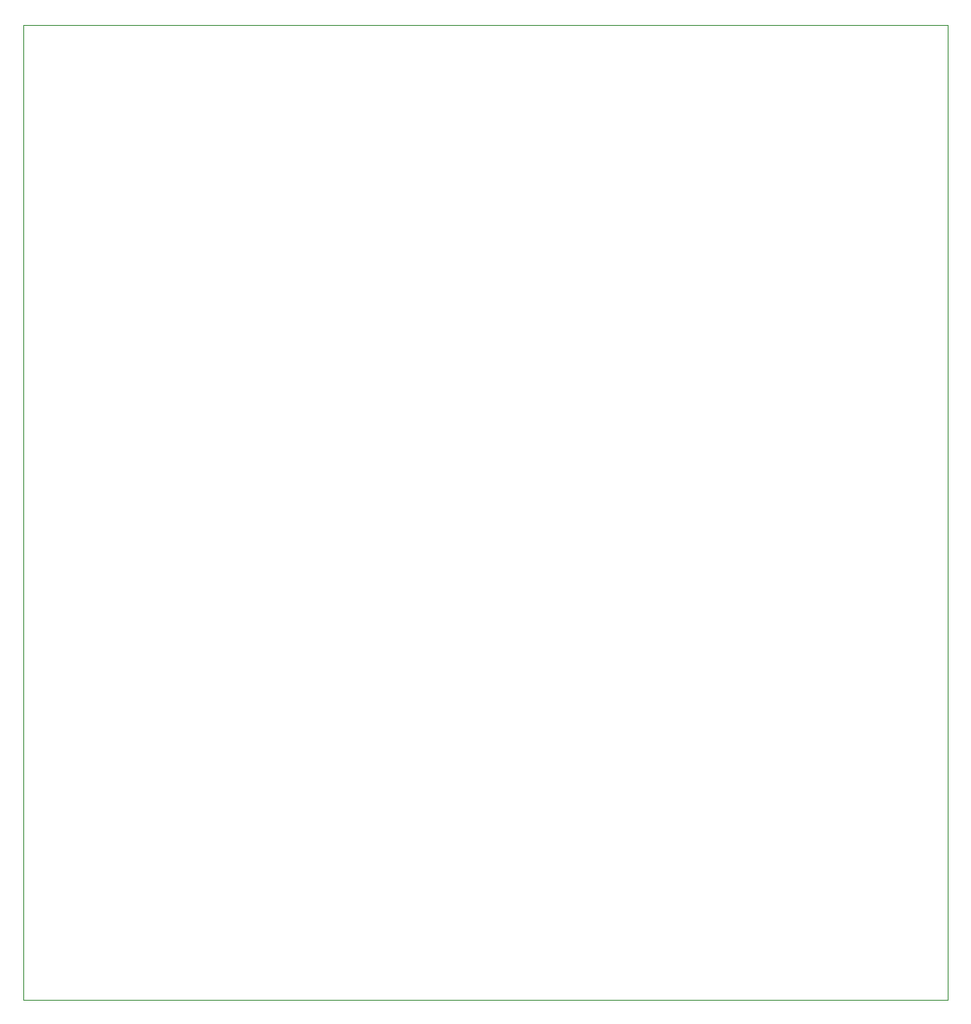
<source format=gbr>
%TF.GenerationSoftware,Altium Limited,Altium Designer,24.4.1 (13)*%
G04 Layer_Color=0*
%FSLAX45Y45*%
%MOMM*%
%TF.SameCoordinates,D1C9AD75-6FC3-430C-8E8E-54DC3705F24A*%
%TF.FilePolarity,Positive*%
%TF.FileFunction,Profile,NP*%
%TF.Part,Single*%
G01*
G75*
%TA.AperFunction,Profile*%
%ADD29C,0.02540*%
D29*
X11938000Y12446000D02*
Y2540000D01*
X2540000D01*
Y12446000D01*
D01*
X11938000D01*
%TF.MD5,d726429a678a113b1c5ae8bc97f217b3*%
M02*

</source>
